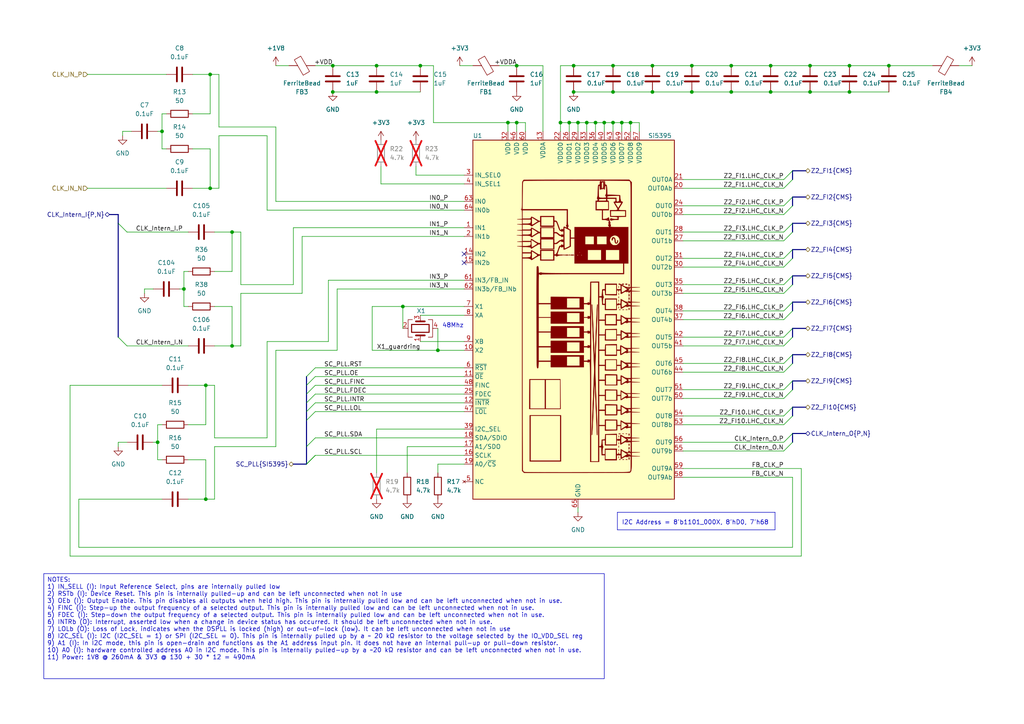
<source format=kicad_sch>
(kicad_sch (version 20231120) (generator "eeschema") (generator_version "8.0")
  (paper "A4")
  (title_block (title "ATCA Simple Loopback HUB") (date "2023-09-26") (rev "1.0") (company "Karlsruhe Institute of Technology (KIT)") (comment 1 "Institute for Data Processing and Electronics (IPE)") (comment 2 "Luis Ardila") (comment 3 "IPE-380-06") (comment 4 "Licensed under CERN-OHL-P-2.0"))
  (lib_symbols
    (symbol "Device:C" (pin_numbers hide) (pin_names (offset 0.254))
      (property "Reference" "C" (at 0.635 2.54 0))
      (property "Value" "C" (at 0.635 -2.54 0))
      (symbol "C_1_1"
        (pin passive line (at 0 3.81 270) (length 2.794) (name "~") (number "1"))
        (pin passive line (at 0 -3.81 90) (length 2.794) (name "~") (number "2"))
      )
    )
    (symbol "Device:Crystal_GND24" (pin_names (offset 1.016) hide)
      (property "Reference" "Y" (at 3.175 5.08 0))
      (property "Value" "Crystal_GND24" (at 3.175 3.175 0))
      (symbol "Crystal_GND24_1_1"
        (pin passive line (at -3.81 0 0) (length 1.27) (name "1") (number "1"))
        (pin passive line (at 0 5.08 270) (length 1.27) (name "2") (number "2"))
        (pin passive line (at 3.81 0 180) (length 1.27) (name "3") (number "3"))
        (pin passive line (at 0 -5.08 90) (length 1.27) (name "4") (number "4"))
      )
    )
    (symbol "Device:FerriteBead" (pin_numbers hide) (pin_names (offset 0))
      (property "Reference" "FB" (at -3.81 0.635 90))
      (property "Value" "FerriteBead" (at 3.81 0 90))
      (symbol "FerriteBead_1_1"
        (pin passive line (at 0 3.81 270) (length 2.54) (name "~") (number "1"))
        (pin passive line (at 0 -3.81 90) (length 2.54) (name "~") (number "2"))
      )
    )
    (symbol "Device:R" (pin_numbers hide) (pin_names (offset 0))
      (property "Reference" "R" (at 2.032 0 90))
      (property "Value" "R" (at 0 0 90))
      (symbol "R_1_1"
        (pin passive line (at 0 3.81 270) (length 1.27) (name "~") (number "1"))
        (pin passive line (at 0 -3.81 90) (length 1.27) (name "~") (number "2"))
      )
    )
    (symbol "power:+1V8" (power) (pin_names (offset 0))
      (property "Value" "+1V8" (at 0 3.556 0))
      (symbol "+1V8_1_1"
        (pin power_in line (at 0 0 90) (length 0) hide (name "+1V8") (number "1"))
      )
    )
    (symbol "power:+3V3" (power) (pin_names (offset 0))
      (property "Value" "+3V3" (at 0 3.556 0))
      (symbol "+3V3_1_1"
        (pin power_in line (at 0 0 90) (length 0) hide (name "+3V3") (number "1"))
      )
    )
    (symbol "power:GND" (power) (pin_names (offset 0))
      (property "Value" "GND" (at 0 -3.81 0))
      (symbol "GND_1_1"
        (pin power_in line (at 0 0 270) (length 0) hide (name "GND") (number "1"))
      )
    )
    (symbol "project:Si5395"
      (property "Reference" "U" (at -29.21 39.37 0))
      (property "Value" "Si5395" (at 24.13 39.37 0))
      (symbol "Si5395_1_1"
        (pin input line (at -33.02 12.7 0) (length 2.54) (name "IN1") (number "1"))
        (pin input line (at -33.02 -22.86 0) (length 2.54) (name "X2") (number "10"))
        (pin input line (at -33.02 -30.48 0) (length 2.54) (name "~{OE}") (number "11"))
        (pin output line (at -33.02 -38.1 0) (length 2.54) (name "~{INTR}") (number "12"))
        (pin power_in line (at -10.16 40.64 270) (length 2.54) (name "VDDA") (number "13"))
        (pin input line (at -33.02 5.08 0) (length 2.54) (name "IN2") (number "14"))
        (pin input line (at -33.02 2.54 0) (length 2.54) (name "IN2b") (number "15"))
        (pin input line (at -33.02 -53.34 0) (length 2.54) (name "SCLK") (number "16"))
        (pin bidirectional line (at -33.02 -50.8 0) (length 2.54) (name "A1/SDO") (number "17"))
        (pin bidirectional line (at -33.02 -48.26 0) (length 2.54) (name "SDA/SDIO") (number "18"))
        (pin input line (at -33.02 -55.88 0) (length 2.54) (name "A0/~{CS}") (number "19"))
        (pin input line (at -33.02 10.16 0) (length 2.54) (name "IN1b") (number "2"))
        (pin output line (at 30.48 24.13 180) (length 2.54) (name "OUT0Ab") (number "20"))
        (pin output line (at 30.48 26.67 180) (length 2.54) (name "OUT0A") (number "21"))
        (pin power_in line (at -5.08 40.64 270) (length 2.54) (name "VDDO0") (number "22"))
        (pin output line (at 30.48 16.51 180) (length 2.54) (name "OUT0b") (number "23"))
        (pin output line (at 30.48 19.05 180) (length 2.54) (name "OUT0") (number "24"))
        (pin input line (at -33.02 -35.56 0) (length 2.54) (name "FDEC") (number "25"))
        (pin power_in line (at -2.54 40.64 270) (length 2.54) (name "VDDO1") (number "26"))
        (pin output line (at 30.48 8.89 180) (length 2.54) (name "OUT1b") (number "27"))
        (pin output line (at 30.48 11.43 180) (length 2.54) (name "OUT1") (number "28"))
        (pin power_in line (at 0 40.64 270) (length 2.54) (name "VDDO2") (number "29"))
        (pin input line (at -33.02 27.94 0) (length 2.54) (name "IN_SEL0") (number "3"))
        (pin output line (at 30.48 1.27 180) (length 2.54) (name "OUT2b") (number "30"))
        (pin output line (at 30.48 3.81 180) (length 2.54) (name "OUT2") (number "31"))
        (pin power_in line (at -20.32 40.64 270) (length 2.54) (name "VDD") (number "32"))
        (pin power_in line (at 2.54 40.64 270) (length 2.54) (name "VDDO3") (number "33"))
        (pin output line (at 30.48 -6.35 180) (length 2.54) (name "OUT3b") (number "34"))
        (pin output line (at 30.48 -3.81 180) (length 2.54) (name "OUT3") (number "35"))
        (pin power_in line (at 5.08 40.64 270) (length 2.54) (name "VDDO4") (number "36"))
        (pin output line (at 30.48 -13.97 180) (length 2.54) (name "OUT4b") (number "37"))
        (pin output line (at 30.48 -11.43 180) (length 2.54) (name "OUT4") (number "38"))
        (pin input line (at -33.02 -45.72 0) (length 2.54) (name "I2C_SEL") (number "39"))
        (pin input line (at -33.02 25.4 0) (length 2.54) (name "IN_SEL1") (number "4"))
        (pin power_in line (at 7.62 40.64 270) (length 2.54) (name "VDDO5") (number "40"))
        (pin output line (at 30.48 -21.59 180) (length 2.54) (name "OUT5b") (number "41"))
        (pin output line (at 30.48 -19.05 180) (length 2.54) (name "OUT5") (number "42"))
        (pin power_in line (at 10.16 40.64 270) (length 2.54) (name "VDDO6") (number "43"))
        (pin output line (at 30.48 -29.21 180) (length 2.54) (name "OUT6b") (number "44"))
        (pin output line (at 30.48 -26.67 180) (length 2.54) (name "OUT6") (number "45"))
        (pin passive line (at -17.78 40.64 270) (length 2.54) (name "VDD") (number "46"))
        (pin output line (at -33.02 -40.64 0) (length 2.54) (name "~{LOL}") (number "47"))
        (pin input line (at -33.02 -33.02 0) (length 2.54) (name "FINC") (number "48"))
        (pin power_in line (at 12.7 40.64 270) (length 2.54) (name "VDDO7") (number "49"))
        (pin no_connect line (at -33.02 -60.96 0) (length 2.54) (name "NC") (number "5"))
        (pin output line (at 30.48 -36.83 180) (length 2.54) (name "OUT7b") (number "50"))
        (pin output line (at 30.48 -34.29 180) (length 2.54) (name "OUT7") (number "51"))
        (pin power_in line (at 15.24 40.64 270) (length 2.54) (name "VDDO8") (number "52"))
        (pin output line (at 30.48 -44.45 180) (length 2.54) (name "OUT8b") (number "53"))
        (pin output line (at 30.48 -41.91 180) (length 2.54) (name "OUT8") (number "54"))
        (pin output line (at 30.48 -52.07 180) (length 2.54) (name "OUT9b") (number "55"))
        (pin output line (at 30.48 -49.53 180) (length 2.54) (name "OUT9") (number "56"))
        (pin power_in line (at 17.78 40.64 270) (length 2.54) (name "VDDO9") (number "57"))
        (pin output line (at 30.48 -59.69 180) (length 2.54) (name "OUT9Ab") (number "58"))
        (pin output line (at 30.48 -57.15 180) (length 2.54) (name "OUT9A") (number "59"))
        (pin input line (at -33.02 -27.94 0) (length 2.54) (name "~{RST}") (number "6"))
        (pin passive line (at -15.24 40.64 270) (length 2.54) (name "VDD") (number "60"))
        (pin input line (at -33.02 -2.54 0) (length 2.54) (name "IN3/FB_IN") (number "61"))
        (pin input line (at -33.02 -5.08 0) (length 2.54) (name "IN3b/FB_INb") (number "62"))
        (pin input line (at -33.02 20.32 0) (length 2.54) (name "IN0") (number "63"))
        (pin input line (at -33.02 17.78 0) (length 2.54) (name "IN0b") (number "64"))
        (pin power_in line (at 0 -68.58 90) (length 2.54) (name "GND") (number "65"))
        (pin input line (at -33.02 -10.16 0) (length 2.54) (name "X1") (number "7"))
        (pin input line (at -33.02 -12.7 0) (length 2.54) (name "XA") (number "8"))
        (pin input line (at -33.02 -20.32 0) (length 2.54) (name "XB") (number "9"))
      )
    )
  )
  (bus_alias "SI5395" (members "RST" "OE" "FINC" "FDEC" "INTR" "LOL" "SDA" "SCL"))
  (junction (at 223.52 26.67))
  (junction (at 177.8 35.56))
  (junction (at 53.34 83.82))
  (junction (at 165.1 35.56))
  (junction (at 60.96 21.59))
  (junction (at 234.95 19.05))
  (junction (at 182.88 35.56))
  (junction (at 212.09 19.05))
  (junction (at 246.38 26.67))
  (junction (at 96.52 26.67))
  (junction (at 177.8 26.67))
  (junction (at 162.56 35.56))
  (junction (at 46.99 38.1))
  (junction (at 121.92 19.05))
  (junction (at 175.26 35.56))
  (junction (at 170.18 35.56))
  (junction (at 177.8 19.05))
  (junction (at 223.52 19.05))
  (junction (at 109.22 26.67))
  (junction (at 109.22 19.05))
  (junction (at 167.64 35.56))
  (junction (at 166.37 19.05))
  (junction (at 246.38 19.05))
  (junction (at 60.96 54.61))
  (junction (at 166.37 26.67))
  (junction (at 257.81 19.05))
  (junction (at 200.66 26.67))
  (junction (at 147.32 35.56))
  (junction (at 180.34 35.56))
  (junction (at 149.86 19.05))
  (junction (at 234.95 26.67))
  (junction (at 189.23 26.67))
  (junction (at 45.72 128.27))
  (junction (at 200.66 19.05))
  (junction (at 212.09 26.67))
  (junction (at 116.84 88.9))
  (junction (at 67.31 67.31))
  (junction (at 59.69 144.78))
  (junction (at 189.23 19.05))
  (junction (at 127 101.6))
  (junction (at 96.52 19.05))
  (junction (at 149.86 35.56))
  (junction (at 172.72 35.56))
  (junction (at 59.69 111.76))
  (junction (at 67.31 100.33))
  (no_connect (at 134.62 76.2))
  (no_connect (at 134.62 73.66))
  (bus_entry (at 227.33 69.85) (size 2.54 -2.54))
  (bus_entry (at 88.9 129.54) (size 2.54 -2.54))
  (bus_entry (at 88.9 119.38) (size 2.54 -2.54))
  (bus_entry (at 34.29 97.79) (size 2.54 2.54))
  (bus_entry (at 227.33 62.23) (size 2.54 -2.54))
  (bus_entry (at 88.9 109.22) (size 2.54 -2.54))
  (bus_entry (at 227.33 97.79) (size 2.54 -2.54))
  (bus_entry (at 88.9 134.62) (size 2.54 -2.54))
  (bus_entry (at 227.33 82.55) (size 2.54 -2.54))
  (bus_entry (at 227.33 52.07) (size 2.54 -2.54))
  (bus_entry (at 227.33 130.81) (size 2.54 -2.54))
  (bus_entry (at 227.33 128.27) (size 2.54 -2.54))
  (bus_entry (at 227.33 100.33) (size 2.54 -2.54))
  (bus_entry (at 88.9 116.84) (size 2.54 -2.54))
  (bus_entry (at 88.9 114.3) (size 2.54 -2.54))
  (bus_entry (at 227.33 54.61) (size 2.54 -2.54))
  (bus_entry (at 227.33 67.31) (size 2.54 -2.54))
  (bus_entry (at 227.33 123.19) (size 2.54 -2.54))
  (bus_entry (at 36.83 67.31) (size -2.54 -2.54))
  (bus_entry (at 227.33 90.17) (size 2.54 -2.54))
  (bus_entry (at 227.33 74.93) (size 2.54 -2.54))
  (bus_entry (at 88.9 111.76) (size 2.54 -2.54))
  (bus_entry (at 227.33 107.95) (size 2.54 -2.54))
  (bus_entry (at 227.33 115.57) (size 2.54 -2.54))
  (bus_entry (at 88.9 134.62) (size 2.54 -2.54))
  (bus_entry (at 227.33 59.69) (size 2.54 -2.54))
  (bus_entry (at 227.33 77.47) (size 2.54 -2.54))
  (bus_entry (at 227.33 113.03) (size 2.54 -2.54))
  (bus_entry (at 227.33 92.71) (size 2.54 -2.54))
  (bus_entry (at 227.33 105.41) (size 2.54 -2.54))
  (bus_entry (at 88.9 121.92) (size 2.54 -2.54))
  (bus_entry (at 227.33 120.65) (size 2.54 -2.54))
  (bus_entry (at 227.33 85.09) (size 2.54 -2.54))
  (wire (pts (xy 91.44 127) (xy 134.62 127)))
  (wire (pts (xy 167.64 35.56) (xy 167.64 38.1)))
  (wire (pts (xy 91.44 111.76) (xy 134.62 111.76)))
  (wire (pts (xy 189.23 19.05) (xy 200.66 19.05)))
  (wire (pts (xy 63.5 36.83) (xy 80.01 36.83)))
  (wire (pts (xy 107.95 88.9) (xy 116.84 88.9)))
  (bus (pts (xy 233.68 72.39) (xy 229.87 72.39)))
  (wire (pts (xy 149.86 35.56) (xy 152.4 35.56)))
  (bus (pts (xy 233.68 87.63) (xy 229.87 87.63)))
  (wire (pts (xy 62.23 111.76) (xy 62.23 127)))
  (wire (pts (xy 177.8 35.56) (xy 177.8 38.1)))
  (wire (pts (xy 177.8 19.05) (xy 189.23 19.05)))
  (wire (pts (xy 62.23 144.78) (xy 62.23 129.54)))
  (wire (pts (xy 182.88 35.56) (xy 185.42 35.56)))
  (wire (pts (xy 91.44 106.68) (xy 134.62 106.68)))
  (wire (pts (xy 198.12 128.27) (xy 227.33 128.27)))
  (bus (pts (xy 233.68 110.49) (xy 229.87 110.49)))
  (bus (pts (xy 229.87 80.01) (xy 229.87 82.55)))
  (wire (pts (xy 20.32 161.29) (xy 232.41 161.29)))
  (wire (pts (xy 54.61 88.9) (xy 53.34 88.9)))
  (wire (pts (xy 198.12 123.19) (xy 227.33 123.19)))
  (bus (pts (xy 229.87 118.11) (xy 229.87 120.65)))
  (wire (pts (xy 41.91 83.82) (xy 44.45 83.82)))
  (wire (pts (xy 109.22 19.05) (xy 121.92 19.05)))
  (bus (pts (xy 233.68 118.11) (xy 229.87 118.11)))
  (bus (pts (xy 229.87 64.77) (xy 229.87 67.31)))
  (wire (pts (xy 96.52 26.67) (xy 109.22 26.67)))
  (bus (pts (xy 233.68 80.01) (xy 229.87 80.01)))
  (wire (pts (xy 36.83 67.31) (xy 54.61 67.31)))
  (wire (pts (xy 55.88 43.18) (xy 60.96 43.18)))
  (wire (pts (xy 60.96 43.18) (xy 60.96 54.61)))
  (wire (pts (xy 54.61 123.19) (xy 59.69 123.19)))
  (wire (pts (xy 20.32 111.76) (xy 20.32 161.29)))
  (wire (pts (xy 162.56 19.05) (xy 166.37 19.05)))
  (wire (pts (xy 62.23 129.54) (xy 80.01 129.54)))
  (wire (pts (xy 87.63 85.09) (xy 87.63 68.58)))
  (wire (pts (xy 198.12 69.85) (xy 227.33 69.85)))
  (polyline (pts (xy 179.07 148.59) (xy 224.79 148.59)))
  (wire (pts (xy 180.34 35.56) (xy 180.34 38.1)))
  (wire (pts (xy 200.66 26.67) (xy 212.09 26.67)))
  (wire (pts (xy 125.73 19.05) (xy 125.73 35.56)))
  (wire (pts (xy 54.61 133.35) (xy 59.69 133.35)))
  (bus (pts (xy 88.9 129.54) (xy 88.9 134.62)))
  (wire (pts (xy 257.81 19.05) (xy 270.51 19.05)))
  (bus (pts (xy 233.68 49.53) (xy 229.87 49.53)))
  (wire (pts (xy 62.23 100.33) (xy 67.31 100.33)))
  (wire (pts (xy 177.8 26.67) (xy 189.23 26.67)))
  (wire (pts (xy 109.22 26.67) (xy 121.92 26.67)))
  (wire (pts (xy 54.61 144.78) (xy 59.69 144.78)))
  (wire (pts (xy 60.96 33.02) (xy 60.96 21.59)))
  (wire (pts (xy 36.83 100.33) (xy 54.61 100.33)))
  (wire (pts (xy 175.26 35.56) (xy 175.26 38.1)))
  (wire (pts (xy 200.66 19.05) (xy 212.09 19.05)))
  (wire (pts (xy 157.48 19.05) (xy 157.48 38.1)))
  (wire (pts (xy 198.12 85.09) (xy 227.33 85.09)))
  (wire (pts (xy 198.12 62.23) (xy 227.33 62.23)))
  (wire (pts (xy 198.12 107.95) (xy 227.33 107.95)))
  (wire (pts (xy 46.99 38.1) (xy 45.72 38.1)))
  (wire (pts (xy 162.56 35.56) (xy 165.1 35.56)))
  (wire (pts (xy 22.86 144.78) (xy 46.99 144.78)))
  (wire (pts (xy 198.12 97.79) (xy 227.33 97.79)))
  (wire (pts (xy 223.52 19.05) (xy 234.95 19.05)))
  (wire (pts (xy 198.12 100.33) (xy 227.33 100.33)))
  (bus (pts (xy 88.9 121.92) (xy 88.9 119.38)))
  (wire (pts (xy 120.65 50.8) (xy 134.62 50.8)))
  (bus (pts (xy 229.87 72.39) (xy 229.87 74.93)))
  (wire (pts (xy 180.34 35.56) (xy 182.88 35.56)))
  (wire (pts (xy 198.12 92.71) (xy 227.33 92.71)))
  (wire (pts (xy 127 101.6) (xy 107.95 101.6)))
  (wire (pts (xy 77.47 39.37) (xy 77.47 60.96)))
  (wire (pts (xy 198.12 67.31) (xy 227.33 67.31)))
  (wire (pts (xy 212.09 26.67) (xy 223.52 26.67)))
  (wire (pts (xy 45.72 123.19) (xy 45.72 128.27)))
  (wire (pts (xy 80.01 19.05) (xy 83.82 19.05)))
  (wire (pts (xy 91.44 114.3) (xy 134.62 114.3)))
  (wire (pts (xy 149.86 19.05) (xy 157.48 19.05)))
  (wire (pts (xy 48.26 33.02) (xy 46.99 33.02)))
  (wire (pts (xy 67.31 67.31) (xy 69.85 67.31)))
  (wire (pts (xy 125.73 35.56) (xy 147.32 35.56)))
  (wire (pts (xy 121.92 19.05) (xy 125.73 19.05)))
  (wire (pts (xy 34.29 129.54) (xy 34.29 128.27)))
  (wire (pts (xy 198.12 59.69) (xy 227.33 59.69)))
  (wire (pts (xy 149.86 35.56) (xy 147.32 35.56)))
  (wire (pts (xy 281.94 19.05) (xy 278.13 19.05)))
  (bus (pts (xy 88.9 121.92) (xy 88.9 129.54)))
  (wire (pts (xy 59.69 111.76) (xy 62.23 111.76)))
  (wire (pts (xy 67.31 88.9) (xy 67.31 100.33)))
  (wire (pts (xy 22.86 144.78) (xy 22.86 158.75)))
  (wire (pts (xy 198.12 77.47) (xy 227.33 77.47)))
  (wire (pts (xy 198.12 120.65) (xy 227.33 120.65)))
  (wire (pts (xy 69.85 85.09) (xy 87.63 85.09)))
  (wire (pts (xy 121.92 99.06) (xy 134.62 99.06)))
  (wire (pts (xy 109.22 137.16) (xy 109.22 124.46)))
  (wire (pts (xy 45.72 128.27) (xy 45.72 133.35)))
  (wire (pts (xy 172.72 35.56) (xy 175.26 35.56)))
  (wire (pts (xy 110.49 53.34) (xy 110.49 48.26)))
  (wire (pts (xy 91.44 19.05) (xy 96.52 19.05)))
  (bus (pts (xy 88.9 116.84) (xy 88.9 114.3)))
  (wire (pts (xy 20.32 111.76) (xy 46.99 111.76)))
  (wire (pts (xy 69.85 82.55) (xy 85.09 82.55)))
  (bus (pts (xy 229.87 110.49) (xy 229.87 113.03)))
  (wire (pts (xy 59.69 123.19) (xy 59.69 111.76)))
  (bus (pts (xy 233.68 125.73) (xy 229.87 125.73)))
  (wire (pts (xy 234.95 19.05) (xy 246.38 19.05)))
  (wire (pts (xy 63.5 39.37) (xy 77.47 39.37)))
  (wire (pts (xy 69.85 100.33) (xy 69.85 85.09)))
  (wire (pts (xy 134.62 134.62) (xy 127 134.62)))
  (wire (pts (xy 134.62 101.6) (xy 127 101.6)))
  (wire (pts (xy 96.52 19.05) (xy 109.22 19.05)))
  (bus (pts (xy 88.9 119.38) (xy 88.9 116.84)))
  (wire (pts (xy 97.79 83.82) (xy 134.62 83.82)))
  (wire (pts (xy 198.12 105.41) (xy 227.33 105.41)))
  (bus (pts (xy 85.09 134.62) (xy 88.9 134.62)))
  (wire (pts (xy 80.01 129.54) (xy 80.01 101.6)))
  (bus (pts (xy 88.9 114.3) (xy 88.9 111.76)))
  (wire (pts (xy 85.09 82.55) (xy 85.09 66.04)))
  (bus (pts (xy 34.29 64.77) (xy 34.29 97.79)))
  (wire (pts (xy 55.88 54.61) (xy 60.96 54.61)))
  (wire (pts (xy 95.25 81.28) (xy 134.62 81.28)))
  (wire (pts (xy 170.18 38.1) (xy 170.18 35.56)))
  (wire (pts (xy 63.5 54.61) (xy 63.5 39.37)))
  (wire (pts (xy 46.99 33.02) (xy 46.99 38.1)))
  (bus (pts (xy 233.68 95.25) (xy 229.87 95.25)))
  (wire (pts (xy 152.4 38.1) (xy 152.4 35.56)))
  (wire (pts (xy 165.1 35.56) (xy 165.1 38.1)))
  (wire (pts (xy 46.99 123.19) (xy 45.72 123.19)))
  (wire (pts (xy 166.37 19.05) (xy 177.8 19.05)))
  (wire (pts (xy 134.62 88.9) (xy 116.84 88.9)))
  (wire (pts (xy 144.78 19.05) (xy 149.86 19.05)))
  (wire (pts (xy 172.72 35.56) (xy 172.72 38.1)))
  (wire (pts (xy 246.38 26.67) (xy 257.81 26.67)))
  (wire (pts (xy 229.87 158.75) (xy 229.87 138.43)))
  (wire (pts (xy 45.72 128.27) (xy 44.45 128.27)))
  (wire (pts (xy 234.95 26.67) (xy 246.38 26.67)))
  (wire (pts (xy 77.47 127) (xy 77.47 99.06)))
  (wire (pts (xy 223.52 26.67) (xy 234.95 26.67)))
  (bus (pts (xy 229.87 102.87) (xy 229.87 105.41)))
  (bus (pts (xy 229.87 57.15) (xy 229.87 59.69)))
  (wire (pts (xy 77.47 99.06) (xy 95.25 99.06)))
  (wire (pts (xy 95.25 99.06) (xy 95.25 81.28)))
  (wire (pts (xy 25.4 54.61) (xy 48.26 54.61)))
  (wire (pts (xy 167.64 35.56) (xy 170.18 35.56)))
  (wire (pts (xy 62.23 88.9) (xy 67.31 88.9)))
  (wire (pts (xy 198.12 115.57) (xy 227.33 115.57)))
  (wire (pts (xy 232.41 135.89) (xy 232.41 161.29)))
  (wire (pts (xy 185.42 35.56) (xy 185.42 38.1)))
  (wire (pts (xy 198.12 135.89) (xy 232.41 135.89)))
  (wire (pts (xy 170.18 35.56) (xy 172.72 35.56)))
  (bus (pts (xy 34.29 64.77) (xy 34.29 62.23)))
  (wire (pts (xy 175.26 35.56) (xy 177.8 35.56)))
  (wire (pts (xy 41.91 85.09) (xy 41.91 83.82)))
  (wire (pts (xy 134.62 129.54) (xy 118.11 129.54)))
  (wire (pts (xy 67.31 78.74) (xy 67.31 67.31)))
  (wire (pts (xy 91.44 119.38) (xy 134.62 119.38)))
  (wire (pts (xy 149.86 35.56) (xy 149.86 38.1)))
  (wire (pts (xy 34.29 128.27) (xy 36.83 128.27)))
  (wire (pts (xy 46.99 133.35) (xy 45.72 133.35)))
  (bus (pts (xy 88.9 111.76) (xy 88.9 109.22)))
  (wire (pts (xy 48.26 43.18) (xy 46.99 43.18)))
  (wire (pts (xy 107.95 101.6) (xy 107.95 88.9)))
  (wire (pts (xy 69.85 67.31) (xy 69.85 82.55)))
  (wire (pts (xy 198.12 130.81) (xy 227.33 130.81)))
  (wire (pts (xy 62.23 78.74) (xy 67.31 78.74)))
  (wire (pts (xy 85.09 66.04) (xy 134.62 66.04)))
  (wire (pts (xy 87.63 68.58) (xy 134.62 68.58)))
  (wire (pts (xy 25.4 21.59) (xy 48.26 21.59)))
  (wire (pts (xy 110.49 53.34) (xy 134.62 53.34)))
  (wire (pts (xy 198.12 74.93) (xy 227.33 74.93)))
  (bus (pts (xy 229.87 125.73) (xy 229.87 128.27)))
  (wire (pts (xy 120.65 48.26) (xy 120.65 50.8)))
  (wire (pts (xy 198.12 52.07) (xy 227.33 52.07)))
  (wire (pts (xy 59.69 144.78) (xy 62.23 144.78)))
  (wire (pts (xy 162.56 19.05) (xy 162.56 35.56)))
  (wire (pts (xy 53.34 83.82) (xy 52.07 83.82)))
  (polyline (pts (xy 224.79 148.59) (xy 224.79 153.67)))
  (wire (pts (xy 46.99 38.1) (xy 46.99 43.18)))
  (wire (pts (xy 198.12 54.61) (xy 227.33 54.61)))
  (wire (pts (xy 80.01 58.42) (xy 134.62 58.42)))
  (wire (pts (xy 133.35 19.05) (xy 137.16 19.05)))
  (wire (pts (xy 147.32 35.56) (xy 147.32 38.1)))
  (wire (pts (xy 198.12 113.03) (xy 227.33 113.03)))
  (bus (pts (xy 233.68 102.87) (xy 229.87 102.87)))
  (wire (pts (xy 55.88 33.02) (xy 60.96 33.02)))
  (wire (pts (xy 53.34 78.74) (xy 53.34 83.82)))
  (wire (pts (xy 212.09 19.05) (xy 223.52 19.05)))
  (bus (pts (xy 233.68 64.77) (xy 229.87 64.77)))
  (wire (pts (xy 91.44 109.22) (xy 134.62 109.22)))
  (wire (pts (xy 91.44 116.84) (xy 134.62 116.84)))
  (wire (pts (xy 80.01 101.6) (xy 97.79 101.6)))
  (wire (pts (xy 77.47 60.96) (xy 134.62 60.96)))
  (wire (pts (xy 60.96 21.59) (xy 63.5 21.59)))
  (polyline (pts (xy 179.07 148.59) (xy 179.07 153.67)))
  (wire (pts (xy 116.84 88.9) (xy 116.84 95.25)))
  (wire (pts (xy 35.56 39.37) (xy 35.56 38.1)))
  (polyline (pts (xy 179.07 153.67) (xy 224.79 153.67)))
  (wire (pts (xy 62.23 67.31) (xy 67.31 67.31)))
  (wire (pts (xy 54.61 78.74) (xy 53.34 78.74)))
  (wire (pts (xy 118.11 129.54) (xy 118.11 137.16)))
  (wire (pts (xy 167.64 147.32) (xy 167.64 148.59)))
  (wire (pts (xy 91.44 132.08) (xy 134.62 132.08)))
  (wire (pts (xy 80.01 36.83) (xy 80.01 58.42)))
  (wire (pts (xy 165.1 35.56) (xy 167.64 35.56)))
  (wire (pts (xy 162.56 35.56) (xy 162.56 38.1)))
  (wire (pts (xy 246.38 19.05) (xy 257.81 19.05)))
  (wire (pts (xy 60.96 54.61) (xy 63.5 54.61)))
  (wire (pts (xy 62.23 127) (xy 77.47 127)))
  (bus (pts (xy 233.68 57.15) (xy 229.87 57.15)))
  (wire (pts (xy 121.92 91.44) (xy 134.62 91.44)))
  (wire (pts (xy 127 95.25) (xy 127 101.6)))
  (wire (pts (xy 189.23 26.67) (xy 200.66 26.67)))
  (wire (pts (xy 182.88 35.56) (xy 182.88 38.1)))
  (wire (pts (xy 198.12 82.55) (xy 227.33 82.55)))
  (wire (pts (xy 55.88 21.59) (xy 60.96 21.59)))
  (wire (pts (xy 67.31 100.33) (xy 69.85 100.33)))
  (bus (pts (xy 229.87 95.25) (xy 229.87 97.79)))
  (wire (pts (xy 229.87 138.43) (xy 198.12 138.43)))
  (wire (pts (xy 22.86 158.75) (xy 229.87 158.75)))
  (wire (pts (xy 127 134.62) (xy 127 137.16)))
  (wire (pts (xy 35.56 38.1) (xy 38.1 38.1)))
  (wire (pts (xy 63.5 21.59) (xy 63.5 36.83)))
  (wire (pts (xy 198.12 90.17) (xy 227.33 90.17)))
  (wire (pts (xy 166.37 26.67) (xy 177.8 26.67)))
  (wire (pts (xy 97.79 101.6) (xy 97.79 83.82)))
  (wire (pts (xy 109.22 124.46) (xy 134.62 124.46)))
  (wire (pts (xy 54.61 111.76) (xy 59.69 111.76)))
  (bus (pts (xy 229.87 87.63) (xy 229.87 90.17)))
  (wire (pts (xy 59.69 133.35) (xy 59.69 144.78)))
  (bus (pts (xy 34.29 62.23) (xy 31.75 62.23)))
  (wire (pts (xy 177.8 35.56) (xy 180.34 35.56)))
  (wire (pts (xy 53.34 83.82) (xy 53.34 88.9)))
  (bus (pts (xy 229.87 49.53) (xy 229.87 52.07)))
  (text_box "NOTES:\n1) IN_SELL (I): Input Reference Select, pins are internally pulled low\n2) RSTb (I): Device Reset. This pin is internally pulled-up and can be left unconnected when not in use\n3) OEb (I): Output Enable. This pin disables all outputs when held high. This pin is internally pulled low and can be left unconnected when not in use.\n4) FINC (I): Step-up the output frequency of a selected output. This pin is internally pulled low and can be left unconnected when not in use.\n5) FDEC (I): Step-down the output frequency of a selected output. This pin is internally pulled low and can be left unconnected when not in use.\n6) INTRb (O): Interrupt, asserted low when a change in device status has occurred. It should be left unconnected when not in use.\n7) LOLb (O): Loss of Lock, indicates when the DSPLL is locked (high) or out-of-lock (low). It can be left unconnected when not in use\n8) I2C_SEL (I): I2C (I2C_SEL = 1) or SPI (I2C_SEL = 0). This pin is internally pulled up by a ~ 20 kΩ resistor to the voltage selected by the IO_VDD_SEL reg\n9) A1 (I): In I2C mode, this pin is open-drain and functions as the A1 address input pin. It does not have an internal pull-up or pull-down resistor. \n10) A0 (I): hardware controlled address A0 in I2C mode. This pin is internally pulled-up by a ~20 kΩ resistor and can be left unconnected when not in use.\n11) Power: 1V8 @ 260mA & 3V3 @ 130 + 30 * 12 = 490mA " (at 12.7 166.37 0) (size 162.56 30.48) (effects (font (size 1.27 1.27)) (justify left top)))
  (text "48Mhz" (at 128.27 95.25 0) (effects (font (size 1.27 1.27)) (justify left bottom)))
  (text "I2C Address = 8'b1101_000X, 8'hD0, 7'h68" (at 180.34 152.4 0) (effects (font (size 1.27 1.27)) (justify left bottom)))
  (label "CLK_Intern_I.P" (at 39.37 67.31 0))
  (label "IN0_N" (at 124.46 60.96 0))
  (label "Z2_FI7.LHC_CLK_N" (at 227.33 100.33 180))
  (label "+VDDA" (at 149.86 19.05 180))
  (label "IN0_P" (at 124.46 58.42 0))
  (label "SC_PLL.FINC" (at 93.98 111.76 0))
  (label "Z2_FI7.LHC_CLK_P" (at 227.33 97.79 180))
  (label "Z2_FI9.LHC_CLK_P" (at 227.33 113.03 180))
  (label "Z2_FI8.LHC_CLK_P" (at 227.33 105.41 180))
  (label "Z2_FI1.LHC_CLK_N" (at 227.33 54.61 180))
  (label "Z2_FI10.LHC_CLK_P" (at 227.33 120.65 180))
  (label "Z2_FI5.LHC_CLK_P" (at 227.33 82.55 180))
  (label "IN3_P" (at 124.46 81.28 0))
  (label "Z2_FI8.LHC_CLK_N" (at 227.33 107.95 180))
  (label "IN1_P" (at 124.46 66.04 0))
  (label "Z2_FI3.LHC_CLK_P" (at 227.33 67.31 180))
  (label "FB_CLK_N" (at 227.33 138.43 180))
  (label "Z2_FI2.LHC_CLK_P" (at 227.33 59.69 180))
  (label "SC_PLL.SDA" (at 93.98 127 0))
  (label "SC_PLL.OE" (at 93.98 109.22 0))
  (label "CLK_Intern_I.N" (at 39.37 100.33 0))
  (label "CLK_Intern_O.N" (at 227.33 130.81 180))
  (label "SC_PLL.INTR" (at 93.98 116.84 0))
  (label "SC_PLL.FDEC" (at 93.98 114.3 0))
  (label "FB_CLK_P" (at 227.33 135.89 180))
  (label "CLK_Intern_O.P" (at 227.33 128.27 180))
  (label "Z2_FI10.LHC_CLK_N" (at 227.33 123.19 180))
  (label "SC_PLL.SCL" (at 93.98 132.08 0))
  (label "Z2_FI6.LHC_CLK_P" (at 227.33 90.17 180))
  (label "IN1_N" (at 124.46 68.58 0))
  (label "SC_PLL.LOL" (at 93.98 119.38 0))
  (label "Z2_FI5.LHC_CLK_N" (at 227.33 85.09 180))
  (label "SC_PLL.RST" (at 93.98 106.68 0))
  (label "Z2_FI6.LHC_CLK_N" (at 227.33 92.71 180))
  (label "Z2_FI9.LHC_CLK_N" (at 227.33 115.57 180))
  (label "Z2_FI4.LHC_CLK_P" (at 227.33 74.93 180))
  (label "Z2_FI1.LHC_CLK_P" (at 227.33 52.07 180))
  (label "Z2_FI4.LHC_CLK_N" (at 227.33 77.47 180))
  (label "Z2_FI3.LHC_CLK_N" (at 227.33 69.85 180))
  (label "IN3_N" (at 124.46 83.82 0))
  (label "+VDD" (at 96.52 19.05 180))
  (label "Z2_FI2.LHC_CLK_N" (at 227.33 62.23 180))
  (label "X1_guardring" (at 121.92 101.6 180))
  (hierarchical_label "CLK_Intern_I{P,N}" (shape bidirectional) (at 31.75 62.23 180))
  (hierarchical_label "Z2_FI3{CMS}" (shape bidirectional) (at 233.68 64.77 0))
  (hierarchical_label "Z2_FI9{CMS}" (shape bidirectional) (at 233.68 110.49 0))
  (hierarchical_label "Z2_FI6{CMS}" (shape bidirectional) (at 233.68 87.63 0))
  (hierarchical_label "CLK_Intern_O{P,N}" (shape bidirectional) (at 233.68 125.73 0))
  (hierarchical_label "Z2_FI10{CMS}" (shape bidirectional) (at 233.68 118.11 0))
  (hierarchical_label "Z2_FI4{CMS}" (shape bidirectional) (at 233.68 72.39 0))
  (hierarchical_label "Z2_FI8{CMS}" (shape bidirectional) (at 233.68 102.87 0))
  (hierarchical_label "CLK_IN_N" (shape input) (at 25.4 54.61 180))
  (hierarchical_label "SC_PLL{SI5395}" (shape bidirectional) (at 85.09 134.62 180))
  (hierarchical_label "Z2_FI1{CMS}" (shape bidirectional) (at 233.68 49.53 0))
  (hierarchical_label "Z2_FI2{CMS}" (shape bidirectional) (at 233.68 57.15 0))
  (hierarchical_label "CLK_IN_P" (shape input) (at 25.4 21.59 180))
  (hierarchical_label "Z2_FI7{CMS}" (shape bidirectional) (at 233.68 95.25 0))
  (hierarchical_label "Z2_FI5{CMS}" (shape bidirectional) (at 233.68 80.01 0))
  (symbol (lib_id "power:+3V3") (at 110.49 40.64 0) (unit 1)
    (property "Reference" "#PWR064" (effects (hide yes)))
    (property "Value" "+3V3" (at 110.49 35.56 0))
  )
  (symbol (lib_id "Device:C") (at 58.42 100.33 90) (unit 1)
    (property "Reference" "C106" (at 58.42 92.71 90))
    (property "Value" "0.1uF" (at 58.42 95.25 90))
    (property "Footprint" "Capacitor_SMD:C_0402_1005Metric" (effects (hide yes)))
  )
  (symbol (lib_id "Device:C") (at 189.23 22.86 180) (unit 1)
    (property "Reference" "C19" (at 193.04 21.59 0) (effects (justify right)))
    (property "Value" "0.1uF" (at 193.04 24.13 0) (effects (justify right)))
    (property "Footprint" "Capacitor_SMD:C_0402_1005Metric" (effects (hide yes)))
  )
  (symbol (lib_id "Device:R") (at 127 140.97 180) (unit 1)
    (property "Reference" "R17" (at 129.54 139.7 0) (effects (justify right)))
    (property "Value" "4.7k" (at 129.54 142.24 0) (effects (justify right)))
    (property "Footprint" "Resistor_SMD:R_0402_1005Metric" (effects (hide yes)))
  )
  (symbol (lib_id "power:+3V3") (at 120.65 40.64 0) (unit 1)
    (property "Reference" "#PWR065" (effects (hide yes)))
    (property "Value" "+3V3" (at 120.65 35.56 0))
  )
  (symbol (lib_id "Device:C") (at 200.66 22.86 180) (unit 1)
    (property "Reference" "C20" (at 204.47 21.59 0) (effects (justify right)))
    (property "Value" "0.1uF" (at 204.47 24.13 0) (effects (justify right)))
    (property "Footprint" "Capacitor_SMD:C_0402_1005Metric" (effects (hide yes)))
  )
  (symbol (lib_id "power:GND") (at 149.86 26.67 0) (unit 1)
    (property "Reference" "#PWR070" (effects (hide yes)))
    (property "Value" "GND" (at 149.86 31.75 0))
  )
  (symbol (lib_id "Device:FerriteBead") (at 87.63 19.05 90) (mirror x) (unit 1)
    (property "Reference" "FB3" (at 87.5792 26.67 90))
    (property "Value" "FerriteBead" (at 87.5792 24.13 90))
    (property "Footprint" "Inductor_SMD:L_0603_1608Metric" (effects (hide yes)))
  )
  (symbol (lib_id "power:GND") (at 35.56 39.37 0) (unit 1)
    (property "Reference" "#PWR038" (effects (hide yes)))
    (property "Value" "GND" (at 35.56 44.45 0))
  )
  (symbol (lib_id "Device:C") (at 177.8 22.86 180) (unit 1)
    (property "Reference" "C18" (at 181.61 21.59 0) (effects (justify right)))
    (property "Value" "0.1uF" (at 181.61 24.13 0) (effects (justify right)))
    (property "Footprint" "Capacitor_SMD:C_0402_1005Metric" (effects (hide yes)))
  )
  (symbol (lib_id "Device:R") (at 58.42 88.9 90) (unit 1)
    (property "Reference" "R38" (at 58.42 82.55 90))
    (property "Value" "50" (at 58.42 85.09 90))
    (property "Footprint" "Resistor_SMD:R_0402_1005Metric" (effects (hide yes)))
  )
  (symbol (lib_id "Device:C") (at 234.95 22.86 180) (unit 1)
    (property "Reference" "C23" (at 238.76 21.59 0) (effects (justify right)))
    (property "Value" "0.1uF" (at 238.76 24.13 0) (effects (justify right)))
    (property "Footprint" "Capacitor_SMD:C_0402_1005Metric" (effects (hide yes)))
  )
  (symbol (lib_id "Device:R") (at 50.8 133.35 90) (unit 1)
    (property "Reference" "R16" (at 50.8 127 90))
    (property "Value" "50" (at 50.8 129.54 90))
    (property "Footprint" "Resistor_SMD:R_0402_1005Metric" (effects (hide yes)))
  )
  (symbol (lib_id "Device:R") (at 50.8 123.19 90) (unit 1)
    (property "Reference" "R15" (at 50.8 116.84 90))
    (property "Value" "50" (at 50.8 119.38 90))
    (property "Footprint" "Resistor_SMD:R_0402_1005Metric" (effects (hide yes)))
  )
  (symbol (lib_id "power:GND") (at 167.64 148.59 0) (unit 1)
    (property "Reference" "#PWR03" (effects (hide yes)))
    (property "Value" "GND" (at 167.64 153.67 0))
  )
  (symbol (lib_id "power:GND") (at 96.52 26.67 0) (unit 1)
    (property "Reference" "#PWR069" (effects (hide yes)))
    (property "Value" "GND" (at 96.52 31.75 0))
  )
  (symbol (lib_id "power:GND") (at 109.22 144.78 0) (unit 1)
    (property "Reference" "#PWR061" (effects (hide yes)))
    (property "Value" "GND" (at 109.22 149.86 0))
  )
  (symbol (lib_id "Device:R") (at 109.22 140.97 180) (unit 1) (in_bom no) (dnp yes)
    (property "Reference" "R19" (at 111.76 139.7 0) (effects (justify right)))
    (property "Value" "4.7k" (at 111.76 142.24 0) (effects (justify right)))
    (property "Footprint" "Resistor_SMD:R_0402_1005Metric" (effects (hide yes)))
  )
  (symbol (lib_id "power:GND") (at 34.29 129.54 0) (unit 1)
    (property "Reference" "#PWR039" (effects (hide yes)))
    (property "Value" "GND" (at 34.29 134.62 0))
  )
  (symbol (lib_id "power:+1V8") (at 80.01 19.05 0) (unit 1)
    (property "Reference" "#PWR012" (effects (hide yes)))
    (property "Value" "+1V8" (at 80.01 13.97 0))
  )
  (symbol (lib_id "Device:C") (at 58.42 67.31 90) (unit 1)
    (property "Reference" "C105" (at 58.42 59.69 90))
    (property "Value" "0.1uF" (at 58.42 62.23 90))
    (property "Footprint" "Capacitor_SMD:C_0402_1005Metric" (effects (hide yes)))
  )
  (symbol (lib_id "Device:R") (at 110.49 44.45 0) (unit 1) (in_bom no) (dnp yes)
    (property "Reference" "R22" (at 113.03 43.18 0) (effects (justify left)))
    (property "Value" "4.7k" (at 113.03 45.72 0) (effects (justify left)))
    (property "Footprint" "Resistor_SMD:R_0402_1005Metric" (effects (hide yes)))
  )
  (symbol (lib_id "Device:C") (at 149.86 22.86 180) (unit 1)
    (property "Reference" "C16" (at 153.67 21.59 0) (effects (justify right)))
    (property "Value" "1uF" (at 153.67 24.13 0) (effects (justify right)))
    (property "Footprint" "Capacitor_SMD:C_0402_1005Metric" (effects (hide yes)))
  )
  (symbol (lib_id "Device:C") (at 41.91 38.1 90) (unit 1)
    (property "Reference" "C7" (at 41.91 30.48 90))
    (property "Value" "0.1uF" (at 41.91 33.02 90))
    (property "Footprint" "Capacitor_SMD:C_0402_1005Metric" (effects (hide yes)))
  )
  (symbol (lib_id "Device:Crystal_GND24") (at 121.92 95.25 90) (unit 1)
    (property "Reference" "X1" (at 120.8339 90.17 90) (effects (justify right)))
    (property "Value" "CX3225SB" (effects (hide yes)))
    (property "Footprint" "Crystal:Crystal_SMD_3225-4Pin_3.2x2.5mm" (effects (hide yes)))
    (property "Datasheet" "https://media.digikey.com/pdf/Data%20Sheets/AVX%20PDFs/CX3225SB48000D0FPJC1.pdf" (effects (hide yes)))
    (property "digikey#" "1253-1377-1-ND" (effects (hide yes)))
    (property "manf#" "CX3225SB48000D0FPJC1" (effects (hide yes)))
    (property "manf" "Kyocera International Inc. Electronic Components" (effects (hide yes)))
    (property "info" "48MHz ±10ppm Crystal 8pF 23 Ohms 4-SMD, No Lead" (effects (hide yes)))
  )
  (symbol (lib_id "power:+3V3") (at 133.35 19.05 0) (unit 1)
    (property "Reference" "#PWR067" (effects (hide yes)))
    (property "Value" "+3V3" (at 133.35 13.97 0))
  )
  (symbol (lib_id "Device:C") (at 48.26 83.82 90) (unit 1)
    (property "Reference" "C104" (at 48.26 76.2 90))
    (property "Value" "0.1uF" (at 48.26 78.74 90))
    (property "Footprint" "Capacitor_SMD:C_0402_1005Metric" (effects (hide yes)))
  )
  (symbol (lib_id "Device:FerriteBead") (at 274.32 19.05 270) (unit 1)
    (property "Reference" "FB4" (at 274.3708 26.67 90))
    (property "Value" "FerriteBead" (at 274.3708 24.13 90))
    (property "Footprint" "Inductor_SMD:L_0603_1608Metric" (effects (hide yes)))
  )
  (symbol (lib_id "Device:R") (at 120.65 44.45 0) (unit 1) (in_bom no) (dnp yes)
    (property "Reference" "R23" (at 123.19 43.18 0) (effects (justify left)))
    (property "Value" "4.7k" (at 123.19 45.72 0) (effects (justify left)))
    (property "Footprint" "Resistor_SMD:R_0402_1005Metric" (effects (hide yes)))
  )
  (symbol (lib_id "Device:R") (at 52.07 43.18 90) (unit 1)
    (property "Reference" "R14" (at 52.07 36.83 90))
    (property "Value" "50" (at 52.07 39.37 90))
    (property "Footprint" "Resistor_SMD:R_0402_1005Metric" (effects (hide yes)))
  )
  (symbol (lib_id "Device:R") (at 58.42 78.74 90) (unit 1)
    (property "Reference" "R36" (at 58.42 72.39 90))
    (property "Value" "50" (at 58.42 74.93 90))
    (property "Footprint" "Resistor_SMD:R_0402_1005Metric" (effects (hide yes)))
  )
  (symbol (lib_id "project:Si5395") (at 167.64 78.74 0) (unit 1)
    (property "Reference" "U1" (at 137.16 39.37 0) (effects (justify left)))
    (property "Value" "Si5395" (at 187.96 39.37 0) (effects (justify left)))
    (property "Footprint" "Package_DFN_QFN:QFN-64-1EP_9x9mm_P0.5mm_EP5.2x5.2mm" (effects (hide yes)))
    (property "Datasheet" "https://www.skyworksinc.com/-/media/Skyworks/SL/documents/public/data-sheets/si5395-94-92-a-datasheet.pdf" (effects (hide yes)))
  )
  (symbol (lib_id "Device:C") (at 212.09 22.86 180) (unit 1)
    (property "Reference" "C21" (at 215.9 21.59 0) (effects (justify right)))
    (property "Value" "0.1uF" (at 215.9 24.13 0) (effects (justify right)))
    (property "Footprint" "Capacitor_SMD:C_0402_1005Metric" (effects (hide yes)))
  )
  (symbol (lib_id "Device:C") (at 50.8 111.76 90) (unit 1)
    (property "Reference" "C11" (at 50.8 104.14 90))
    (property "Value" "0.1uF" (at 50.8 106.68 90))
    (property "Footprint" "Capacitor_SMD:C_0402_1005Metric" (effects (hide yes)))
  )
  (symbol (lib_id "power:GND") (at 41.91 85.09 0) (unit 1)
    (property "Reference" "#PWR0126" (effects (hide yes)))
    (property "Value" "GND" (at 41.91 90.17 0))
  )
  (symbol (lib_id "Device:C") (at 166.37 22.86 180) (unit 1)
    (property "Reference" "C17" (at 170.18 21.59 0) (effects (justify right)))
    (property "Value" "0.1uF" (at 170.18 24.13 0) (effects (justify right)))
    (property "Footprint" "Capacitor_SMD:C_0402_1005Metric" (effects (hide yes)))
  )
  (symbol (lib_id "power:GND") (at 127 144.78 0) (unit 1)
    (property "Reference" "#PWR040" (effects (hide yes)))
    (property "Value" "GND" (at 127 149.86 0))
  )
  (symbol (lib_id "Device:C") (at 52.07 21.59 90) (unit 1)
    (property "Reference" "C8" (at 52.07 13.97 90))
    (property "Value" "0.1uF" (at 52.07 16.51 90))
    (property "Footprint" "Capacitor_SMD:C_0402_1005Metric" (effects (hide yes)))
  )
  (symbol (lib_id "Device:C") (at 109.22 22.86 180) (unit 1)
    (property "Reference" "C14" (at 113.03 21.59 0) (effects (justify right)))
    (property "Value" "1uF" (at 113.03 24.13 0) (effects (justify right)))
    (property "Footprint" "Capacitor_SMD:C_0402_1005Metric" (effects (hide yes)))
  )
  (symbol (lib_id "Device:C") (at 96.52 22.86 180) (unit 1)
    (property "Reference" "C13" (at 100.33 21.59 0) (effects (justify right)))
    (property "Value" "1uF" (at 100.33 24.13 0) (effects (justify right)))
    (property "Footprint" "Capacitor_SMD:C_0402_1005Metric" (effects (hide yes)))
  )
  (symbol (lib_id "Device:C") (at 121.92 22.86 180) (unit 1)
    (property "Reference" "C15" (at 125.73 21.59 0) (effects (justify right)))
    (property "Value" "1uF" (at 125.73 24.13 0) (effects (justify right)))
    (property "Footprint" "Capacitor_SMD:C_0402_1005Metric" (effects (hide yes)))
  )
  (symbol (lib_id "power:+3V3") (at 281.94 19.05 0) (mirror y) (unit 1)
    (property "Reference" "#PWR068" (effects (hide yes)))
    (property "Value" "+3V3" (at 281.94 13.97 0))
  )
  (symbol (lib_id "power:GND") (at 118.11 144.78 0) (unit 1)
    (property "Reference" "#PWR060" (effects (hide yes)))
    (property "Value" "GND" (at 118.11 149.86 0))
  )
  (symbol (lib_id "Device:R") (at 52.07 33.02 90) (unit 1)
    (property "Reference" "R13" (at 52.07 26.67 90))
    (property "Value" "50" (at 52.07 29.21 90))
    (property "Footprint" "Resistor_SMD:R_0402_1005Metric" (effects (hide yes)))
  )
  (symbol (lib_id "Device:C") (at 40.64 128.27 90) (unit 1)
    (property "Reference" "C10" (at 40.64 120.65 90))
    (property "Value" "0.1uF" (at 40.64 123.19 90))
    (property "Footprint" "Capacitor_SMD:C_0402_1005Metric" (effects (hide yes)))
  )
  (symbol (lib_id "Device:C") (at 223.52 22.86 180) (unit 1)
    (property "Reference" "C22" (at 227.33 21.59 0) (effects (justify right)))
    (property "Value" "0.1uF" (at 227.33 24.13 0) (effects (justify right)))
    (property "Footprint" "Capacitor_SMD:C_0402_1005Metric" (effects (hide yes)))
  )
  (symbol (lib_id "Device:C") (at 52.07 54.61 90) (unit 1)
    (property "Reference" "C9" (at 52.07 46.99 90))
    (property "Value" "0.1uF" (at 52.07 49.53 90))
    (property "Footprint" "Capacitor_SMD:C_0402_1005Metric" (effects (hide yes)))
  )
  (symbol (lib_id "Device:R") (at 118.11 140.97 180) (unit 1)
    (property "Reference" "R18" (at 120.65 139.7 0) (effects (justify right)))
    (property "Value" "4.7k" (at 120.65 142.24 0) (effects (justify right)))
    (property "Footprint" "Resistor_SMD:R_0402_1005Metric" (effects (hide yes)))
  )
  (symbol (lib_id "Device:FerriteBead") (at 140.97 19.05 90) (mirror x) (unit 1)
    (property "Reference" "FB1" (at 140.9192 26.67 90))
    (property "Value" "FerriteBead" (at 140.9192 24.13 90))
    (property "Footprint" "Inductor_SMD:L_0603_1608Metric" (effects (hide yes)))
  )
  (symbol (lib_id "Device:C") (at 257.81 22.86 180) (unit 1)
    (property "Reference" "C25" (at 261.62 21.59 0) (effects (justify right)))
    (property "Value" "0.1uF" (at 261.62 24.13 0) (effects (justify right)))
    (property "Footprint" "Capacitor_SMD:C_0402_1005Metric" (effects (hide yes)))
  )
  (symbol (lib_id "Device:C") (at 246.38 22.86 180) (unit 1)
    (property "Reference" "C24" (at 250.19 21.59 0) (effects (justify right)))
    (property "Value" "0.1uF" (at 250.19 24.13 0) (effects (justify right)))
    (property "Footprint" "Capacitor_SMD:C_0402_1005Metric" (effects (hide yes)))
  )
  (symbol (lib_id "power:GND") (at 166.37 26.67 0) (unit 1)
    (property "Reference" "#PWR071" (effects (hide yes)))
    (property "Value" "GND" (at 166.37 31.75 0))
  )
  (symbol (lib_id "Device:C") (at 50.8 144.78 90) (unit 1)
    (property "Reference" "C12" (at 50.8 137.16 90))
    (property "Value" "0.1uF" (at 50.8 139.7 90))
    (property "Footprint" "Capacitor_SMD:C_0402_1005Metric" (effects (hide yes)))
  )
)
</source>
